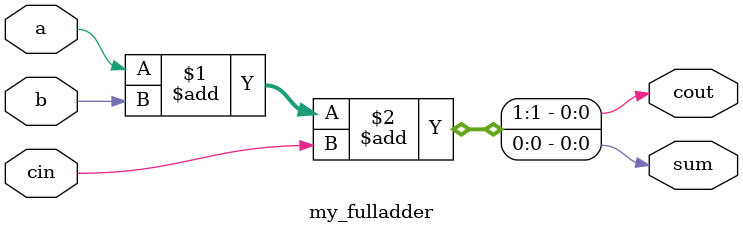
<source format=v>
module my_fulladder(
    input a,
    input b,
    input cin,
    
    output sum,
    output cout
    );
    
    assign {cout, sum} = a + b + cin;
    
endmodule

</source>
